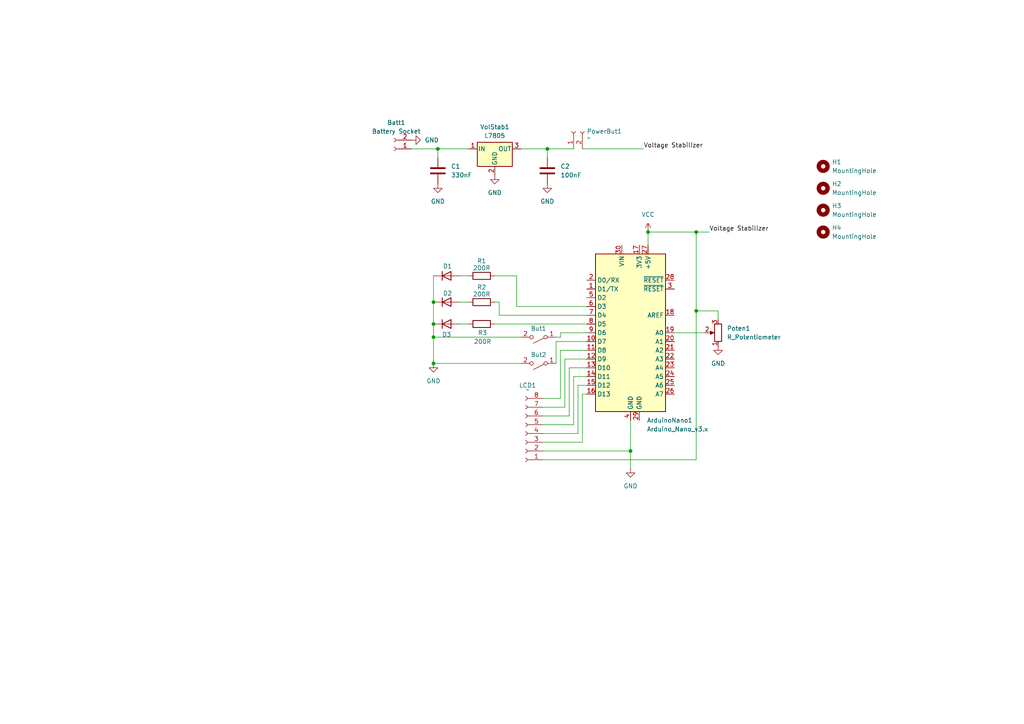
<source format=kicad_sch>
(kicad_sch (version 20231120) (generator "eeschema") (generator_version "8.0")
  (paper "A4")
  (lib_symbols
    (symbol "Connector:Conn_01x02_Socket" (pin_names (offset 1.016) hide)
      (property "Reference" "J" (at 0 2.54 0))
      (property "Value" "Conn_01x02_Socket" (at 0 -5.08 0))
      (symbol "Conn_01x02_Socket_1_1"
        (arc (start 0 -2.032) (mid -0.5058 -2.54) (end 0 -3.048) (stroke (width 0.1524)))
        (polyline (pts (xy -1.27 -2.54) (xy -0.508 -2.54)) (stroke (width 0.1524)))
        (polyline (pts (xy -1.27 0) (xy -0.508 0)) (stroke (width 0.1524)))
        (arc (start 0 0.508) (mid -0.5058 0) (end 0 -0.508) (stroke (width 0.1524)))
        (pin passive line (at -5.08 0 0) (length 3.81) (name "Pin_1") (number "1"))
        (pin passive line (at -5.08 -2.54 0) (length 3.81) (name "Pin_2") (number "2"))
      )
    )
    (symbol "Connector:Conn_01x08_Socket" (pin_names (offset 1.016) hide)
      (property "Reference" "J" (at 0 10.16 0))
      (property "Value" "Conn_01x08_Socket" (at 0 -12.7 0))
      (symbol "Conn_01x08_Socket_1_1"
        (arc (start 0 -9.652) (mid -0.5058 -10.16) (end 0 -10.668) (stroke (width 0.1524)))
        (arc (start 0 -7.112) (mid -0.5058 -7.62) (end 0 -8.128) (stroke (width 0.1524)))
        (arc (start 0 -4.572) (mid -0.5058 -5.08) (end 0 -5.588) (stroke (width 0.1524)))
        (arc (start 0 -2.032) (mid -0.5058 -2.54) (end 0 -3.048) (stroke (width 0.1524)))
        (polyline (pts (xy -1.27 -10.16) (xy -0.508 -10.16)) (stroke (width 0.1524)))
        (polyline (pts (xy -1.27 -7.62) (xy -0.508 -7.62)) (stroke (width 0.1524)))
        (polyline (pts (xy -1.27 -5.08) (xy -0.508 -5.08)) (stroke (width 0.1524)))
        (polyline (pts (xy -1.27 -2.54) (xy -0.508 -2.54)) (stroke (width 0.1524)))
        (polyline (pts (xy -1.27 0) (xy -0.508 0)) (stroke (width 0.1524)))
        (polyline (pts (xy -1.27 2.54) (xy -0.508 2.54)) (stroke (width 0.1524)))
        (polyline (pts (xy -1.27 5.08) (xy -0.508 5.08)) (stroke (width 0.1524)))
        (polyline (pts (xy -1.27 7.62) (xy -0.508 7.62)) (stroke (width 0.1524)))
        (arc (start 0 0.508) (mid -0.5058 0) (end 0 -0.508) (stroke (width 0.1524)))
        (arc (start 0 3.048) (mid -0.5058 2.54) (end 0 2.032) (stroke (width 0.1524)))
        (arc (start 0 5.588) (mid -0.5058 5.08) (end 0 4.572) (stroke (width 0.1524)))
        (arc (start 0 8.128) (mid -0.5058 7.62) (end 0 7.112) (stroke (width 0.1524)))
        (pin passive line (at -5.08 7.62 0) (length 3.81) (name "Pin_1") (number "1"))
        (pin passive line (at -5.08 5.08 0) (length 3.81) (name "Pin_2") (number "2"))
        (pin passive line (at -5.08 2.54 0) (length 3.81) (name "Pin_3") (number "3"))
        (pin passive line (at -5.08 0 0) (length 3.81) (name "Pin_4") (number "4"))
        (pin passive line (at -5.08 -2.54 0) (length 3.81) (name "Pin_5") (number "5"))
        (pin passive line (at -5.08 -5.08 0) (length 3.81) (name "Pin_6") (number "6"))
        (pin passive line (at -5.08 -7.62 0) (length 3.81) (name "Pin_7") (number "7"))
        (pin passive line (at -5.08 -10.16 0) (length 3.81) (name "Pin_8") (number "8"))
      )
    )
    (symbol "Device:C" (pin_numbers hide) (pin_names (offset 0.254))
      (property "Reference" "C" (at 0.635 2.54 0))
      (property "Value" "C" (at 0.635 -2.54 0))
      (symbol "C_0_1"
        (polyline (pts (xy -2.032 -0.762) (xy 2.032 -0.762)) (stroke (width 0.508)))
        (polyline (pts (xy -2.032 0.762) (xy 2.032 0.762)) (stroke (width 0.508)))
      )
      (symbol "C_1_1"
        (pin passive line (at 0 3.81 270) (length 2.794) (name "~") (number "1"))
        (pin passive line (at 0 -3.81 90) (length 2.794) (name "~") (number "2"))
      )
    )
    (symbol "Device:D" (pin_numbers hide) (pin_names (offset 1.016) hide)
      (property "Reference" "D" (at 0 2.54 0))
      (property "Value" "D" (at 0 -2.54 0))
      (symbol "D_0_1"
        (polyline (pts (xy -1.27 1.27) (xy -1.27 -1.27)) (stroke (width 0.254)))
        (polyline (pts (xy 1.27 0) (xy -1.27 0)))
        (polyline (pts (xy 1.27 1.27) (xy 1.27 -1.27) (xy -1.27 0) (xy 1.27 1.27)) (stroke (width 0.254)))
      )
      (symbol "D_1_1"
        (pin passive line (at -3.81 0 0) (length 2.54) (name "K") (number "1"))
        (pin passive line (at 3.81 0 180) (length 2.54) (name "A") (number "2"))
      )
    )
    (symbol "Device:R" (pin_numbers hide) (pin_names (offset 0))
      (property "Reference" "R" (at 2.032 0 90))
      (property "Value" "R" (at 0 0 90))
      (symbol "R_0_1"
        (rectangle (start -1.016 -2.54) (end 1.016 2.54) (stroke (width 0.254)))
      )
      (symbol "R_1_1"
        (pin passive line (at 0 3.81 270) (length 1.27) (name "~") (number "1"))
        (pin passive line (at 0 -3.81 90) (length 1.27) (name "~") (number "2"))
      )
    )
    (symbol "Device:R_Potentiometer" (pin_names (offset 1.016) hide)
      (property "Reference" "RV" (at -4.445 0 90))
      (property "Value" "R_Potentiometer" (at -2.54 0 90))
      (symbol "R_Potentiometer_0_1"
        (polyline (pts (xy 2.54 0) (xy 1.524 0)))
        (polyline (pts (xy 1.143 0) (xy 2.286 0.508) (xy 2.286 -0.508) (xy 1.143 0)) (fill (type outline)))
        (rectangle (start 1.016 2.54) (end -1.016 -2.54) (stroke (width 0.254)))
      )
      (symbol "R_Potentiometer_1_1"
        (pin passive line (at 0 3.81 270) (length 1.27) (name "1") (number "1"))
        (pin passive line (at 3.81 0 180) (length 1.27) (name "2") (number "2"))
        (pin passive line (at 0 -3.81 90) (length 1.27) (name "3") (number "3"))
      )
    )
    (symbol "MCU_Module:Arduino_Nano_v3.x"
      (property "Reference" "A" (at -10.16 23.495 0))
      (property "Value" "Arduino_Nano_v3.x" (at 5.08 -24.13 0))
      (symbol "Arduino_Nano_v3.x_0_1"
        (rectangle (start -10.16 22.86) (end 10.16 -22.86) (stroke (width 0.254)) (fill (type background)))
      )
      (symbol "Arduino_Nano_v3.x_1_1"
        (pin bidirectional line (at -12.7 12.7 0) (length 2.54) (name "D1/TX") (number "1"))
        (pin bidirectional line (at -12.7 -2.54 0) (length 2.54) (name "D7") (number "10"))
        (pin bidirectional line (at -12.7 -5.08 0) (length 2.54) (name "D8") (number "11"))
        (pin bidirectional line (at -12.7 -7.62 0) (length 2.54) (name "D9") (number "12"))
        (pin bidirectional line (at -12.7 -10.16 0) (length 2.54) (name "D10") (number "13"))
        (pin bidirectional line (at -12.7 -12.7 0) (length 2.54) (name "D11") (number "14"))
        (pin bidirectional line (at -12.7 -15.24 0) (length 2.54) (name "D12") (number "15"))
        (pin bidirectional line (at -12.7 -17.78 0) (length 2.54) (name "D13") (number "16"))
        (pin power_out line (at 2.54 25.4 270) (length 2.54) (name "3V3") (number "17"))
        (pin input line (at 12.7 5.08 180) (length 2.54) (name "AREF") (number "18"))
        (pin bidirectional line (at 12.7 0 180) (length 2.54) (name "A0") (number "19"))
        (pin bidirectional line (at -12.7 15.24 0) (length 2.54) (name "D0/RX") (number "2"))
        (pin bidirectional line (at 12.7 -2.54 180) (length 2.54) (name "A1") (number "20"))
        (pin bidirectional line (at 12.7 -5.08 180) (length 2.54) (name "A2") (number "21"))
        (pin bidirectional line (at 12.7 -7.62 180) (length 2.54) (name "A3") (number "22"))
        (pin bidirectional line (at 12.7 -10.16 180) (length 2.54) (name "A4") (number "23"))
        (pin bidirectional line (at 12.7 -12.7 180) (length 2.54) (name "A5") (number "24"))
        (pin bidirectional line (at 12.7 -15.24 180) (length 2.54) (name "A6") (number "25"))
        (pin bidirectional line (at 12.7 -17.78 180) (length 2.54) (name "A7") (number "26"))
        (pin power_out line (at 5.08 25.4 270) (length 2.54) (name "+5V") (number "27"))
        (pin input line (at 12.7 15.24 180) (length 2.54) (name "~{RESET}") (number "28"))
        (pin power_in line (at 2.54 -25.4 90) (length 2.54) (name "GND") (number "29"))
        (pin input line (at 12.7 12.7 180) (length 2.54) (name "~{RESET}") (number "3"))
        (pin power_in line (at -2.54 25.4 270) (length 2.54) (name "VIN") (number "30"))
        (pin power_in line (at 0 -25.4 90) (length 2.54) (name "GND") (number "4"))
        (pin bidirectional line (at -12.7 10.16 0) (length 2.54) (name "D2") (number "5"))
        (pin bidirectional line (at -12.7 7.62 0) (length 2.54) (name "D3") (number "6"))
        (pin bidirectional line (at -12.7 5.08 0) (length 2.54) (name "D4") (number "7"))
        (pin bidirectional line (at -12.7 2.54 0) (length 2.54) (name "D5") (number "8"))
        (pin bidirectional line (at -12.7 0 0) (length 2.54) (name "D6") (number "9"))
      )
    )
    (symbol "Mechanical:MountingHole" (pin_names (offset 1.016)) (exclude_from_sim yes) (in_bom no)
      (property "Reference" "H" (at 0 5.08 0))
      (property "Value" "MountingHole" (at 0 3.175 0))
      (symbol "MountingHole_0_1"
        (circle (center 0 0) (radius 1.27) (stroke (width 1.27)))
      )
    )
    (symbol "Regulator_Linear:L7805" (pin_names (offset 0.254))
      (property "Reference" "U" (at -3.81 3.175 0))
      (property "Value" "L7805" (at 0 3.175 0))
      (symbol "L7805_0_1"
        (rectangle (start -5.08 1.905) (end 5.08 -5.08) (stroke (width 0.254)) (fill (type background)))
      )
      (symbol "L7805_1_1"
        (pin power_in line (at -7.62 0 0) (length 2.54) (name "IN") (number "1"))
        (pin power_in line (at 0 -7.62 90) (length 2.54) (name "GND") (number "2"))
        (pin power_out line (at 7.62 0 180) (length 2.54) (name "OUT") (number "3"))
      )
    )
    (symbol "Switch:SW_SPST" (pin_names (offset 0) hide)
      (property "Reference" "SW" (at 0 3.175 0))
      (property "Value" "SW_SPST" (at 0 -2.54 0))
      (symbol "SW_SPST_0_0"
        (circle (center -2.032 0) (radius 0.508))
        (polyline (pts (xy -1.524 0.254) (xy 1.524 1.778)))
        (circle (center 2.032 0) (radius 0.508))
      )
      (symbol "SW_SPST_1_1"
        (pin passive line (at -5.08 0 0) (length 2.54) (name "A") (number "1"))
        (pin passive line (at 5.08 0 180) (length 2.54) (name "B") (number "2"))
      )
    )
    (symbol "power:GND" (power) (pin_numbers hide) (pin_names (offset 0) hide)
      (property "Value" "GND" (at 0 -3.81 0))
      (symbol "GND_0_1"
        (polyline (pts (xy 0 0) (xy 0 -1.27) (xy 1.27 -1.27) (xy 0 -2.54) (xy -1.27 -1.27) (xy 0 -1.27)))
      )
      (symbol "GND_1_1"
        (pin power_in line (at 0 0 270) (length 0) (name "~") (number "1"))
      )
    )
    (symbol "power:VCC" (power) (pin_numbers hide) (pin_names (offset 0) hide)
      (property "Value" "VCC" (at 0 3.556 0))
      (symbol "VCC_0_1"
        (polyline (pts (xy -0.762 1.27) (xy 0 2.54)))
        (polyline (pts (xy 0 0) (xy 0 2.54)))
        (polyline (pts (xy 0 2.54) (xy 0.762 1.27)))
      )
      (symbol "VCC_1_1"
        (pin power_in line (at 0 0 90) (length 0) (name "~") (number "1"))
      )
    )
  )
  (junction (at 125.73 105.41))
  (junction (at 201.93 90.17))
  (junction (at 125.73 93.98))
  (junction (at 125.73 87.63))
  (junction (at 127 43.18))
  (junction (at 182.88 130.81))
  (junction (at 201.93 67.31))
  (junction (at 158.75 43.18))
  (junction (at 125.73 97.79))
  (junction (at 187.96 67.31))
  (wire (pts (xy 125.73 87.63) (xy 125.73 80.01)))
  (wire (pts (xy 125.73 93.98) (xy 125.73 97.79)))
  (wire (pts (xy 144.78 87.63) (xy 144.78 91.44)))
  (wire (pts (xy 168.91 114.3) (xy 170.18 114.3)))
  (wire (pts (xy 167.64 125.73) (xy 157.48 125.73)))
  (wire (pts (xy 162.56 101.6) (xy 162.56 115.57)))
  (wire (pts (xy 143.51 80.01) (xy 149.86 80.01)))
  (wire (pts (xy 162.56 97.79) (xy 162.56 96.52)))
  (wire (pts (xy 157.48 120.65) (xy 165.1 120.65)))
  (wire (pts (xy 125.73 97.79) (xy 151.13 97.79)))
  (wire (pts (xy 125.73 105.41) (xy 151.13 105.41)))
  (wire (pts (xy 162.56 115.57) (xy 157.48 115.57)))
  (wire (pts (xy 170.18 111.76) (xy 167.64 111.76)))
  (wire (pts (xy 170.18 104.14) (xy 163.83 104.14)))
  (wire (pts (xy 165.1 106.68) (xy 165.1 120.65)))
  (wire (pts (xy 144.78 91.44) (xy 170.18 91.44)))
  (wire (pts (xy 162.56 96.52) (xy 170.18 96.52)))
  (wire (pts (xy 125.73 97.79) (xy 125.73 105.41)))
  (wire (pts (xy 201.93 90.17) (xy 208.28 90.17)))
  (wire (pts (xy 167.64 111.76) (xy 167.64 125.73)))
  (wire (pts (xy 201.93 67.31) (xy 201.93 90.17)))
  (wire (pts (xy 125.73 87.63) (xy 125.73 93.98)))
  (wire (pts (xy 201.93 133.35) (xy 157.48 133.35)))
  (wire (pts (xy 187.96 67.31) (xy 201.93 67.31)))
  (wire (pts (xy 170.18 99.06) (xy 161.29 99.06)))
  (wire (pts (xy 161.29 99.06) (xy 161.29 105.41)))
  (wire (pts (xy 151.13 43.18) (xy 158.75 43.18)))
  (wire (pts (xy 201.93 67.31) (xy 205.74 67.31)))
  (wire (pts (xy 127 45.72) (xy 127 43.18)))
  (wire (pts (xy 208.28 92.71) (xy 208.28 90.17)))
  (wire (pts (xy 119.38 43.18) (xy 127 43.18)))
  (wire (pts (xy 170.18 106.68) (xy 165.1 106.68)))
  (wire (pts (xy 133.35 93.98) (xy 135.89 93.98)))
  (wire (pts (xy 158.75 43.18) (xy 166.37 43.18)))
  (wire (pts (xy 157.48 128.27) (xy 168.91 128.27)))
  (wire (pts (xy 187.96 71.12) (xy 187.96 67.31)))
  (wire (pts (xy 149.86 88.9) (xy 170.18 88.9)))
  (wire (pts (xy 133.35 80.01) (xy 135.89 80.01)))
  (wire (pts (xy 182.88 121.92) (xy 182.88 130.81)))
  (wire (pts (xy 157.48 118.11) (xy 163.83 118.11)))
  (wire (pts (xy 166.37 109.22) (xy 166.37 123.19)))
  (wire (pts (xy 182.88 130.81) (xy 182.88 135.89)))
  (wire (pts (xy 149.86 80.01) (xy 149.86 88.9)))
  (wire (pts (xy 170.18 101.6) (xy 162.56 101.6)))
  (wire (pts (xy 127 43.18) (xy 135.89 43.18)))
  (wire (pts (xy 195.58 96.52) (xy 204.47 96.52)))
  (wire (pts (xy 157.48 130.81) (xy 182.88 130.81)))
  (wire (pts (xy 201.93 90.17) (xy 201.93 133.35)))
  (wire (pts (xy 135.89 87.63) (xy 133.35 87.63)))
  (wire (pts (xy 162.56 97.79) (xy 161.29 97.79)))
  (wire (pts (xy 170.18 109.22) (xy 166.37 109.22)))
  (wire (pts (xy 144.78 87.63) (xy 143.51 87.63)))
  (wire (pts (xy 168.91 43.18) (xy 186.69 43.18)))
  (wire (pts (xy 158.75 43.18) (xy 158.75 45.72)))
  (wire (pts (xy 143.51 93.98) (xy 170.18 93.98)))
  (wire (pts (xy 166.37 123.19) (xy 157.48 123.19)))
  (wire (pts (xy 163.83 104.14) (xy 163.83 118.11)))
  (wire (pts (xy 168.91 128.27) (xy 168.91 114.3)))
  (label "Voltage Stabilizer" (at 205.74 67.31 0))
  (label "Voltage Stabilizer" (at 186.69 43.18 0))
  (symbol (lib_id "MCU_Module:Arduino_Nano_v3.x") (at 182.88 96.52 0) (unit 1)
    (property "Reference" "ArduinoNano1" (at 187.6141 121.92 0) (effects (justify left)))
    (property "Value" "Arduino_Nano_v3.x" (at 187.6141 124.46 0) (effects (justify left)))
    (property "Footprint" "Module:Arduino_Nano" (effects (hide yes)))
    (property "Datasheet" "http://www.mouser.com/pdfdocs/Gravitech_Arduino_Nano3_0.pdf" (effects (hide yes)))
    (property "Description" "Arduino Nano v3.x" (effects (hide yes)))
  )
  (symbol (lib_id "Device:D") (at 129.54 93.98 0) (unit 1)
    (property "Reference" "D3" (at 129.54 97.028 0))
    (property "Value" "D" (effects (hide yes)))
    (property "Footprint" "Diode_THT:D_5W_P10.16mm_Horizontal" (effects (hide yes)))
    (property "Description" "Diode" (effects (hide yes)))
    (property "Sim.Device" "D" (effects (hide yes)))
    (property "Sim.Pins" "1=K 2=A" (effects (hide yes)))
  )
  (symbol (lib_id "power:VCC") (at 187.96 67.31 0) (unit 1)
    (property "Reference" "#PWR01" (effects (hide yes)))
    (property "Value" "VCC" (at 187.96 62.23 0))
    (property "Description" "Power symbol creates a global label with name \"VCC\"" (effects (hide yes)))
  )
  (symbol (lib_id "Device:R") (at 139.7 87.63 90) (unit 1)
    (property "Reference" "R2" (at 139.7 83.312 90))
    (property "Value" "200R" (at 139.7 85.344 90))
    (property "Footprint" "Resistor_THT:R_Axial_DIN0204_L3.6mm_D1.6mm_P7.62mm_Horizontal" (effects (hide yes)))
    (property "Description" "Resistor" (effects (hide yes)))
  )
  (symbol (lib_id "Mechanical:MountingHole") (at 238.76 60.96 0) (unit 1) (exclude_from_sim yes) (in_bom no)
    (property "Reference" "H3" (at 241.3 59.6899 0) (effects (justify left)))
    (property "Value" "MountingHole" (at 241.3 62.2299 0) (effects (justify left)))
    (property "Footprint" "MountingHole:MountingHole_3.2mm_M3" (effects (hide yes)))
    (property "Description" "Mounting Hole without connection" (effects (hide yes)))
  )
  (symbol (lib_id "power:GND") (at 143.51 50.8 0) (unit 1)
    (property "Reference" "#PWR03" (effects (hide yes)))
    (property "Value" "GND" (at 143.51 55.88 0))
    (property "Description" "Power symbol creates a global label with name \"GND\" , ground" (effects (hide yes)))
  )
  (symbol (lib_id "Device:C") (at 127 49.53 0) (unit 1)
    (property "Reference" "C1" (at 130.81 48.2599 0) (effects (justify left)))
    (property "Value" "330nF" (at 130.81 50.7999 0) (effects (justify left)))
    (property "Footprint" "Capacitor_THT:CP_Axial_L10.0mm_D4.5mm_P15.00mm_Horizontal" (effects (hide yes)))
    (property "Description" "Unpolarized capacitor" (effects (hide yes)))
  )
  (symbol (lib_id "Regulator_Linear:L7805") (at 143.51 43.18 0) (unit 1)
    (property "Reference" "VolStab1" (at 143.51 36.83 0))
    (property "Value" "L7805" (at 143.51 39.37 0))
    (property "Footprint" "Package_TO_SOT_THT:TO-220-3_Vertical" (effects (hide yes)))
    (property "Datasheet" "http://www.st.com/content/ccc/resource/technical/document/datasheet/41/4f/b3/b0/12/d4/47/88/CD00000444.pdf/files/CD00000444.pdf/jcr:content/translations/en.CD00000444.pdf" (effects (hide yes)))
    (property "Description" "Positive 1.5A 35V Linear Regulator, Fixed Output 5V, TO-220/TO-263/TO-252" (effects (hide yes)))
  )
  (symbol (lib_id "Mechanical:MountingHole") (at 238.76 54.61 0) (unit 1) (exclude_from_sim yes) (in_bom no)
    (property "Reference" "H2" (at 241.3 53.3399 0) (effects (justify left)))
    (property "Value" "MountingHole" (at 241.3 55.8799 0) (effects (justify left)))
    (property "Footprint" "MountingHole:MountingHole_3.2mm_M3" (effects (hide yes)))
    (property "Description" "Mounting Hole without connection" (effects (hide yes)))
  )
  (symbol (lib_id "power:GND") (at 127 53.34 0) (unit 1)
    (property "Reference" "#PWR05" (effects (hide yes)))
    (property "Value" "GND" (at 127 58.42 0))
    (property "Description" "Power symbol creates a global label with name \"GND\" , ground" (effects (hide yes)))
  )
  (symbol (lib_id "Mechanical:MountingHole") (at 238.76 48.26 0) (unit 1) (exclude_from_sim yes) (in_bom no)
    (property "Reference" "H1" (at 241.3 46.9899 0) (effects (justify left)))
    (property "Value" "MountingHole" (at 241.3 49.5299 0) (effects (justify left)))
    (property "Footprint" "MountingHole:MountingHole_3.2mm_M3" (effects (hide yes)))
    (property "Description" "Mounting Hole without connection" (effects (hide yes)))
  )
  (symbol (lib_id "Mechanical:MountingHole") (at 238.76 67.31 0) (unit 1) (exclude_from_sim yes) (in_bom no)
    (property "Reference" "H4" (at 241.3 66.0399 0) (effects (justify left)))
    (property "Value" "MountingHole" (at 241.3 68.5799 0) (effects (justify left)))
    (property "Footprint" "MountingHole:MountingHole_3.2mm_M3" (effects (hide yes)))
    (property "Description" "Mounting Hole without connection" (effects (hide yes)))
  )
  (symbol (lib_id "power:GND") (at 208.28 100.33 0) (unit 1)
    (property "Reference" "#PWR08" (effects (hide yes)))
    (property "Value" "GND" (at 208.28 105.41 0))
    (property "Description" "Power symbol creates a global label with name \"GND\" , ground" (effects (hide yes)))
  )
  (symbol (lib_id "power:GND") (at 158.75 53.34 0) (unit 1)
    (property "Reference" "#PWR06" (effects (hide yes)))
    (property "Value" "GND" (at 158.75 58.42 0))
    (property "Description" "Power symbol creates a global label with name \"GND\" , ground" (effects (hide yes)))
  )
  (symbol (lib_id "Switch:SW_SPST") (at 156.21 105.41 180) (unit 1)
    (property "Reference" "But2" (at 156.21 102.87 0))
    (property "Value" "SW_SPST" (effects (hide yes)))
    (property "Footprint" "Connector_PinHeader_2.54mm:PinHeader_1x02_P2.54mm_Vertical" (effects (hide yes)))
    (property "Description" "Single Pole Single Throw (SPST) switch" (effects (hide yes)))
  )
  (symbol (lib_id "Device:R") (at 139.7 80.01 90) (unit 1)
    (property "Reference" "R1" (at 139.7 75.692 90))
    (property "Value" "200R" (at 139.7 77.724 90))
    (property "Footprint" "Resistor_THT:R_Axial_DIN0204_L3.6mm_D1.6mm_P7.62mm_Horizontal" (effects (hide yes)))
    (property "Description" "Resistor" (effects (hide yes)))
  )
  (symbol (lib_id "Connector:Conn_01x08_Socket") (at 152.4 125.73 180) (unit 1)
    (property "Reference" "LCD1" (at 153.035 111.76 0))
    (property "Value" "~" (at 153.035 113.03 0))
    (property "Footprint" "Connector_PinHeader_2.54mm:PinHeader_1x08_P2.54mm_Vertical" (effects (hide yes)))
    (property "Description" "Generic connector, single row, 01x08, script generated" (effects (hide yes)))
  )
  (symbol (lib_id "Connector:Conn_01x02_Socket") (at 114.3 43.18 180) (unit 1)
    (property "Reference" "Batt1" (at 114.935 35.56 0))
    (property "Value" "Battery Socket" (at 114.935 38.1 0))
    (property "Footprint" "Connector_PinHeader_2.54mm:PinHeader_1x02_P2.54mm_Vertical" (effects (hide yes)))
    (property "Description" "Generic connector, single row, 01x02, script generated" (effects (hide yes)))
  )
  (symbol (lib_id "power:GND") (at 119.38 40.64 90) (unit 1)
    (property "Reference" "#PWR04" (effects (hide yes)))
    (property "Value" "GND" (at 123.19 40.6399 90) (effects (justify right)))
    (property "Description" "Power symbol creates a global label with name \"GND\" , ground" (effects (hide yes)))
  )
  (symbol (lib_id "Device:D") (at 129.54 80.01 0) (unit 1)
    (property "Reference" "D1" (at 129.794 77.216 0))
    (property "Value" "D" (effects (hide yes)))
    (property "Footprint" "Diode_THT:D_5W_P10.16mm_Horizontal" (effects (hide yes)))
    (property "Description" "Diode" (effects (hide yes)))
    (property "Sim.Device" "D" (effects (hide yes)))
    (property "Sim.Pins" "1=K 2=A" (effects (hide yes)))
  )
  (symbol (lib_id "Device:R_Potentiometer") (at 208.28 96.52 180) (unit 1)
    (property "Reference" "Poten1" (at 210.82 95.2499 0) (effects (justify right)))
    (property "Value" "R_Potentiometer" (at 210.82 97.7899 0) (effects (justify right)))
    (property "Footprint" "Connector_PinHeader_2.54mm:PinHeader_1x03_P2.54mm_Vertical" (effects (hide yes)))
    (property "Description" "Potentiometer" (effects (hide yes)))
  )
  (symbol (lib_id "Device:C") (at 158.75 49.53 0) (unit 1)
    (property "Reference" "C2" (at 162.56 48.2599 0) (effects (justify left)))
    (property "Value" "100nF" (at 162.56 50.7999 0) (effects (justify left)))
    (property "Footprint" "Capacitor_THT:CP_Axial_L10.0mm_D4.5mm_P15.00mm_Horizontal" (effects (hide yes)))
    (property "Description" "Unpolarized capacitor" (effects (hide yes)))
  )
  (symbol (lib_id "Connector:Conn_01x02_Socket") (at 166.37 38.1 90) (unit 1)
    (property "Reference" "PowerBut1" (at 170.18 38.0999 90) (effects (justify right)))
    (property "Value" "~" (at 170.18 40.005 90) (effects (justify right)))
    (property "Footprint" "Connector_PinHeader_2.54mm:PinHeader_1x02_P2.54mm_Vertical" (effects (hide yes)))
    (property "Description" "Generic connector, single row, 01x02, script generated" (effects (hide yes)))
  )
  (symbol (lib_id "Device:D") (at 129.54 87.63 0) (unit 1)
    (property "Reference" "D2" (at 129.794 85.09 0))
    (property "Value" "D" (effects (hide yes)))
    (property "Footprint" "Diode_THT:D_5W_P10.16mm_Horizontal" (effects (hide yes)))
    (property "Description" "Diode" (effects (hide yes)))
    (property "Sim.Device" "D" (effects (hide yes)))
    (property "Sim.Pins" "1=K 2=A" (effects (hide yes)))
  )
  (symbol (lib_id "power:GND") (at 125.73 105.41 0) (unit 1)
    (property "Reference" "#PWR07" (effects (hide yes)))
    (property "Value" "GND" (at 125.73 110.49 0))
    (property "Description" "Power symbol creates a global label with name \"GND\" , ground" (effects (hide yes)))
  )
  (symbol (lib_id "Device:R") (at 139.7 93.98 90) (unit 1)
    (property "Reference" "R3" (at 139.954 96.52 90))
    (property "Value" "200R" (at 139.954 99.06 90))
    (property "Footprint" "Resistor_THT:R_Axial_DIN0204_L3.6mm_D1.6mm_P7.62mm_Horizontal" (effects (hide yes)))
    (property "Description" "Resistor" (effects (hide yes)))
  )
  (symbol (lib_id "power:GND") (at 182.88 135.89 0) (unit 1)
    (property "Reference" "#PWR02" (effects (hide yes)))
    (property "Value" "GND" (at 182.88 140.97 0))
    (property "Description" "Power symbol creates a global label with name \"GND\" , ground" (effects (hide yes)))
  )
  (symbol (lib_id "Switch:SW_SPST") (at 156.21 97.79 180) (unit 1)
    (property "Reference" "But1" (at 156.21 95.25 0))
    (property "Value" "SW_SPST" (effects (hide yes)))
    (property "Footprint" "Connector_PinHeader_2.54mm:PinHeader_1x02_P2.54mm_Vertical" (effects (hide yes)))
    (property "Description" "Single Pole Single Throw (SPST) switch" (effects (hide yes)))
  )
)
</source>
